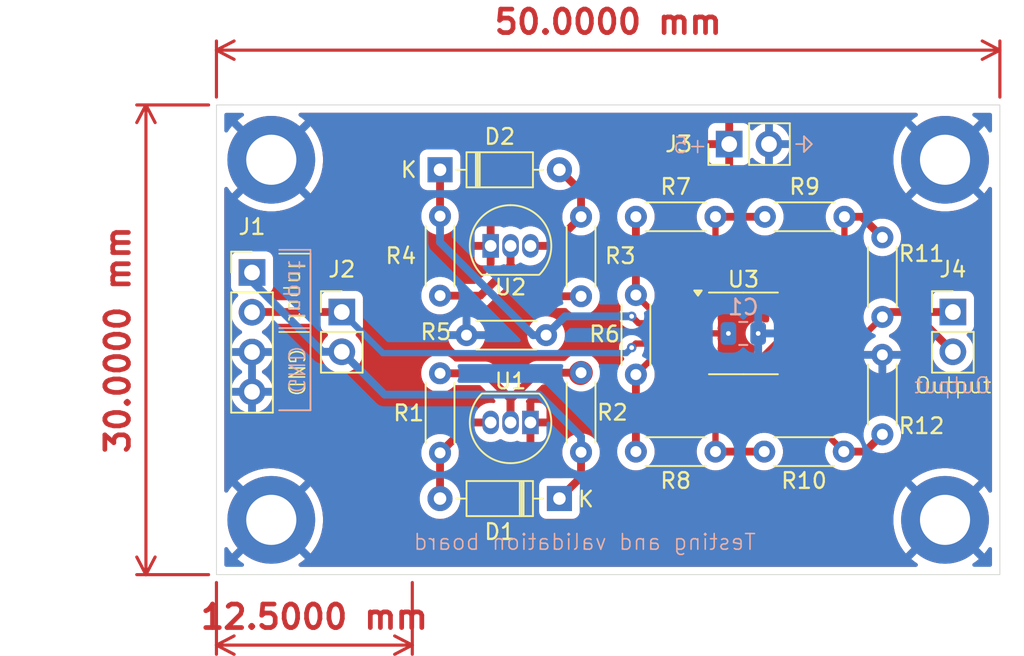
<source format=kicad_pcb>
(kicad_pcb (version 20241229) (generator "pcbnew") (generator_version "9.0")
  (layers (0 "F.Cu" signal) (2 "B.Cu" signal) (13 "F.Paste" user) (15 "B.Paste" user) (5 "F.SilkS" user "F.Silkscreen") (7 "B.SilkS" user "B.Silkscreen") (1 "F.Mask" user) (3 "B.Mask" user) (25 "Edge.Cuts" user))
  (net 0 "")
  (net 1 "GND")
  (net 2 "+5V")
  (net 3 "Thermistor-in_1")
  (net 4 "Net-(D1-A)")
  (net 5 "Offset-Ref-in")
  (net 6 "Net-(D2-A)")
  (net 7 "Therm-Ref-in")
  (net 8 "Output")
  (net 9 "Net-(R1-Pad1)")
  (net 10 "Net-(R3-Pad1)")
  (net 11 "Net-(U3A--)")
  (net 12 "Net-(U3B--)")
  (net 13 "Net-(R7-Pad2)")
  (net 14 "Net-(R10-Pad1)")
  (net 15 "Net-(U3C--)")
  (net 16 "Net-(U3C-+)")
  (footprint "Resistor_THT:R_Axial_DIN0204_L3.6mm_D1.6mm_P5.08mm_Horizontal" (layer "F.Cu") (at 111.5 46.14)
    (property "Reference" "R9" (at 2.54 -1.92 0) (layer "F.SilkS"))
    (property "Value" "R_Small" (hide yes))
    (fp_line (start 0.62 -0.92) (end 4.46 -0.92) (stroke (width 0.12)) (layer "F.SilkS"))
    (fp_line (start 0.62 0.92) (end 4.46 0.92) (stroke (width 0.12)) (layer "F.SilkS"))
    (pad "1" thru_hole circle (at 0 0) (size 1.4 1.4) (drill 0.7) (layers "*.Cu" "*.Mask") (net 13 "Net-(R7-Pad2)"))
    (pad "2" thru_hole oval (at 5.08 0) (size 1.4 1.4) (drill 0.7) (layers "*.Cu" "*.Mask") (net 15 "Net-(U3C--)"))
  )
  (footprint "MountingHole:MountingHole_3.2mm_M3_DIN965_Pad_TopBottom" (layer "F.Cu") (at 80 65.5)
    (property "Reference" "J6" (hide yes))
    (property "Value" "Conn_01x01_Socket" (hide yes))
    (pad "1" thru_hole circle (at 0 0) (size 3.6 3.6) (drill 3.2) (layers "*.Cu" "*.Mask") (net 1 "GND"))
    (pad "1" connect circle (at 0 0) (size 5.6 5.6) (layers "F.Cu" "F.Mask") (net 1 "GND"))
    (pad "1" connect circle (at 0 0) (size 5.6 5.6) (layers "B.Cu" "B.Mask") (net 1 "GND"))
  )
  (footprint "MountingHole:MountingHole_3.2mm_M3_DIN965_Pad_TopBottom" (layer "F.Cu") (at 80 42.5)
    (property "Reference" "J5" (hide yes))
    (property "Value" "Conn_01x01_Socket" (hide yes))
    (pad "1" thru_hole circle (at 0 0) (size 3.6 3.6) (drill 3.2) (layers "*.Cu" "*.Mask") (net 1 "GND"))
    (pad "1" connect circle (at 0 0) (size 5.6 5.6) (layers "F.Cu" "F.Mask") (net 1 "GND"))
    (pad "1" connect circle (at 0 0) (size 5.6 5.6) (layers "B.Cu" "B.Mask") (net 1 "GND"))
  )
  (footprint "Connector_PinHeader_2.54mm:PinHeader_1x02_P2.54mm_Vertical" (layer "F.Cu") (at 84.5 52.225)
    (property "Reference" "J2" (at 0 -2.725 0) (layer "F.SilkS"))
    (property "Value" "Jumper pins")
    (fp_line (start -1.33 -1.33) (end 0 -1.33) (stroke (width 0.12)) (layer "F.SilkS"))
    (fp_line (start -1.33 0) (end -1.33 -1.33) (stroke (width 0.12)) (layer "F.SilkS"))
    (fp_line (start -1.33 1.27) (end -1.33 3.87) (stroke (width 0.12)) (layer "F.SilkS"))
    (fp_line (start -1.33 1.27) (end 1.33 1.27) (stroke (width 0.12)) (layer "F.SilkS"))
    (fp_line (start -1.33 3.87) (end 1.33 3.87) (stroke (width 0.12)) (layer "F.SilkS"))
    (fp_line (start 1.33 1.27) (end 1.33 3.87) (stroke (width 0.12)) (layer "F.SilkS"))
    (pad "1" thru_hole rect (at 0 0) (size 1.7 1.7) (drill 1) (layers "*.Cu" "*.Mask") (net 7 "Therm-Ref-in"))
    (pad "2" thru_hole oval (at 0 2.54) (size 1.7 1.7) (drill 1) (layers "*.Cu" "*.Mask") (net 3 "Thermistor-in_1"))
  )
  (footprint "Resistor_THT:R_Axial_DIN0204_L3.6mm_D1.6mm_P5.08mm_Horizontal" (layer "F.Cu") (at 103.27 61.14)
    (property "Reference" "R8" (at 2.54 1.86 0) (layer "F.SilkS"))
    (property "Value" "R_Small" (hide yes))
    (fp_line (start 0.62 -0.92) (end 4.46 -0.92) (stroke (width 0.12)) (layer "F.SilkS"))
    (fp_line (start 0.62 0.92) (end 4.46 0.92) (stroke (width 0.12)) (layer "F.SilkS"))
    (pad "1" thru_hole circle (at 0 0) (size 1.4 1.4) (drill 0.7) (layers "*.Cu" "*.Mask") (net 12 "Net-(U3B--)"))
    (pad "2" thru_hole oval (at 5.08 0) (size 1.4 1.4) (drill 0.7) (layers "*.Cu" "*.Mask") (net 14 "Net-(R10-Pad1)"))
  )
  (footprint "Diode_THT:D_DO-35_SOD27_P7.62mm_Horizontal" (layer "F.Cu") (at 90.77 43.14)
    (property "Reference" "D2" (at 3.81 -2.12 0) (layer "F.SilkS"))
    (property "Value" "D_Small" (hide yes))
    (fp_line (start 1.04 0) (end 1.69 0) (stroke (width 0.12)) (layer "F.SilkS"))
    (fp_line (start 1.69 -1.12) (end 1.69 1.12) (stroke (width 0.12)) (layer "F.SilkS"))
    (fp_line (start 1.69 1.12) (end 5.93 1.12) (stroke (width 0.12)) (layer "F.SilkS"))
    (fp_line (start 2.29 -1.12) (end 2.29 1.12) (stroke (width 0.12)) (layer "F.SilkS"))
    (fp_line (start 2.41 -1.12) (end 2.41 1.12) (stroke (width 0.12)) (layer "F.SilkS"))
    (fp_line (start 2.53 -1.12) (end 2.53 1.12) (stroke (width 0.12)) (layer "F.SilkS"))
    (fp_line (start 5.93 -1.12) (end 1.69 -1.12) (stroke (width 0.12)) (layer "F.SilkS"))
    (fp_line (start 5.93 1.12) (end 5.93 -1.12) (stroke (width 0.12)) (layer "F.SilkS"))
    (fp_line (start 6.58 0) (end 5.93 0) (stroke (width 0.12)) (layer "F.SilkS"))
    (fp_text user "K" (at -2 0 0) (layer "F.SilkS"))
    (pad "1" thru_hole rect (at 0 0) (size 1.6 1.6) (drill 0.8) (layers "*.Cu" "*.Mask") (net 5 "Offset-Ref-in"))
    (pad "2" thru_hole oval (at 7.62 0) (size 1.6 1.6) (drill 0.8) (layers "*.Cu" "*.Mask") (net 6 "Net-(D2-A)"))
  )
  (footprint "Package_TO_SOT_THT:TO-92_Inline" (layer "F.Cu") (at 94 48)
    (property "Reference" "U2" (at 1.27 2.64 0) (layer "F.SilkS"))
    (property "Value" "LM334Z" (hide yes))
    (fp_line (start -0.53 1.85) (end 3.07 1.85) (stroke (width 0.12)) (layer "F.SilkS"))
    (fp_arc (start -0.568478 1.838478) (mid -1.132087 -0.994977) (end 1.27 -2.6) (stroke (width 0.12)) (layer "F.SilkS"))
    (fp_arc (start 1.27 -2.6) (mid 3.672087 -0.994977) (end 3.108478 1.838478) (stroke (width 0.12)) (layer "F.SilkS"))
    (pad "1" thru_hole rect (at 0 0) (size 1.05 1.5) (drill 0.75) (layers "*.Cu" "*.Mask") (net 2 "+5V"))
    (pad "2" thru_hole oval (at 1.27 0) (size 1.05 1.5) (drill 0.75) (layers "*.Cu" "*.Mask") (net 10 "Net-(R3-Pad1)"))
    (pad "3" thru_hole oval (at 2.54 0) (size 1.05 1.5) (drill 0.75) (layers "*.Cu" "*.Mask") (net 6 "Net-(D2-A)"))
  )
  (footprint "MountingHole:MountingHole_3.2mm_M3_DIN965_Pad_TopBottom" (layer "F.Cu") (at 123 65.5)
    (property "Reference" "J8" (hide yes))
    (property "Value" "Conn_01x01_Socket" (hide yes))
    (pad "1" thru_hole circle (at 0 0) (size 3.6 3.6) (drill 3.2) (layers "*.Cu" "*.Mask") (net 1 "GND"))
    (pad "1" connect circle (at 0 0) (size 5.6 5.6) (layers "F.Cu" "F.Mask") (net 1 "GND"))
    (pad "1" connect circle (at 0 0) (size 5.6 5.6) (layers "B.Cu" "B.Mask") (net 1 "GND"))
  )
  (footprint "Resistor_THT:R_Axial_DIN0204_L3.6mm_D1.6mm_P5.08mm_Horizontal" (layer "F.Cu") (at 103.27 51.14 -90)
    (property "Reference" "R6" (at 2.5 2 180) (layer "F.SilkS"))
    (property "Value" "R_Small" (hide yes))
    (fp_line (start 0.62 0.92) (end 4.46 0.92) (stroke (width 0.12)) (layer "F.SilkS"))
    (fp_line (start 0.62 -0.92) (end 4.46 -0.92) (stroke (width 0.12)) (layer "F.SilkS"))
    (pad "1" thru_hole circle (at 0 0 270) (size 1.4 1.4) (drill 0.7) (layers "*.Cu" "*.Mask") (net 11 "Net-(U3A--)"))
    (pad "2" thru_hole oval (at 5.08 0 270) (size 1.4 1.4) (drill 0.7) (layers "*.Cu" "*.Mask") (net 12 "Net-(U3B--)"))
  )
  (footprint "Connector_PinHeader_2.54mm:PinHeader_1x02_P2.54mm_Vertical" (layer "F.Cu") (at 123.5 52.225)
    (property "Reference" "J4" (at 0 -2.725 0) (layer "F.SilkS"))
    (property "Value" "Output Pins")
    (fp_line (start -1.33 -1.33) (end 0 -1.33) (stroke (width 0.12)) (layer "F.SilkS"))
    (fp_line (start -1.33 0) (end -1.33 -1.33) (stroke (width 0.12)) (layer "F.SilkS"))
    (fp_line (start -1.33 1.27) (end -1.33 3.87) (stroke (width 0.12)) (layer "F.SilkS"))
    (fp_line (start -1.33 1.27) (end 1.33 1.27) (stroke (width 0.12)) (layer "F.SilkS"))
    (fp_line (start -1.33 3.87) (end 1.33 3.87) (stroke (width 0.12)) (layer "F.SilkS"))
    (fp_line (start 1.33 1.27) (end 1.33 3.87) (stroke (width 0.12)) (layer "F.SilkS"))
    (pad "1" thru_hole rect (at 0 0) (size 1.7 1.7) (drill 1) (layers "*.Cu" "*.Mask") (net 8 "Output"))
    (pad "2" thru_hole oval (at 0 2.54) (size 1.7 1.7) (drill 1) (layers "*.Cu" "*.Mask") (net 8 "Output"))
  )
  (footprint "Resistor_THT:R_Axial_DIN0204_L3.6mm_D1.6mm_P5.08mm_Horizontal" (layer "F.Cu") (at 103.27 46.14)
    (property "Reference" "R7" (at 2.54 -1.92 0) (layer "F.SilkS"))
    (property "Value" "R_Small" (hide yes))
    (fp_line (start 0.62 -0.92) (end 4.46 -0.92) (stroke (width 0.12)) (layer "F.SilkS"))
    (fp_line (start 0.62 0.92) (end 4.46 0.92) (stroke (width 0.12)) (layer "F.SilkS"))
    (pad "1" thru_hole circle (at 0 0) (size 1.4 1.4) (drill 0.7) (layers "*.Cu" "*.Mask") (net 11 "Net-(U3A--)"))
    (pad "2" thru_hole oval (at 5.08 0) (size 1.4 1.4) (drill 0.7) (layers "*.Cu" "*.Mask") (net 13 "Net-(R7-Pad2)"))
  )
  (footprint "Resistor_THT:R_Axial_DIN0204_L3.6mm_D1.6mm_P5.08mm_Horizontal" (layer "F.Cu") (at 90.77 56.14 -90)
    (property "Reference" "R1" (at 2.54 2 180) (layer "F.SilkS"))
    (property "Value" "R_Small" (hide yes))
    (fp_line (start 0.62 0.92) (end 4.46 0.92) (stroke (width 0.12)) (layer "F.SilkS"))
    (fp_line (start 0.62 -0.92) (end 4.46 -0.92) (stroke (width 0.12)) (layer "F.SilkS"))
    (pad "1" thru_hole circle (at 0 0 270) (size 1.4 1.4) (drill 0.7) (layers "*.Cu" "*.Mask") (net 9 "Net-(R1-Pad1)"))
    (pad "2" thru_hole oval (at 5.08 0 270) (size 1.4 1.4) (drill 0.7) (layers "*.Cu" "*.Mask") (net 4 "Net-(D1-A)"))
  )
  (footprint "Connector_PinHeader_2.54mm:PinHeader_1x02_P2.54mm_Vertical" (layer "F.Cu") (at 109.225 41.5 90)
    (property "Reference" "J3" (at 0 -3.225 180) (layer "F.SilkS"))
    (property "Value" "Power Input" (hide yes))
    (fp_line (start -1.33 -1.33) (end 0 -1.33) (stroke (width 0.12)) (layer "F.SilkS"))
    (fp_line (start -1.33 0) (end -1.33 -1.33) (stroke (width 0.12)) (layer "F.SilkS"))
    (fp_line (start 1.33 1.27) (end 1.33 3.87) (stroke (width 0.12)) (layer "F.SilkS"))
    (fp_line (start -1.33 1.27) (end 1.33 1.27) (stroke (width 0.12)) (layer "F.SilkS"))
    (fp_line (start -1.33 1.27) (end -1.33 3.87) (stroke (width 0.12)) (layer "F.SilkS"))
    (fp_line (start -1.33 3.87) (end 1.33 3.87) (stroke (width 0.12)) (layer "F.SilkS"))
    (pad "1" thru_hole rect (at 0 0 90) (size 1.7 1.7) (drill 1) (layers "*.Cu" "*.Mask") (net 2 "+5V"))
    (pad "2" thru_hole oval (at 0 2.54 90) (size 1.7 1.7) (drill 1) (layers "*.Cu" "*.Mask") (net 1 "GND"))
  )
  (footprint "Resistor_THT:R_Axial_DIN0204_L3.6mm_D1.6mm_P5.08mm_Horizontal" (layer "F.Cu") (at 90.77 51.18 90)
    (property "Reference" "R4" (at 2.54 -2.5 180) (layer "F.SilkS"))
    (property "Value" "R_Small" (hide yes))
    (fp_line (start 0.62 -0.92) (end 4.46 -0.92) (stroke (width 0.12)) (layer "F.SilkS"))
    (fp_line (start 0.62 0.92) (end 4.46 0.92) (stroke (width 0.12)) (layer "F.SilkS"))
    (pad "1" thru_hole circle (at 0 0 90) (size 1.4 1.4) (drill 0.7) (layers "*.Cu" "*.Mask") (net 10 "Net-(R3-Pad1)"))
    (pad "2" thru_hole oval (at 5.08 0 90) (size 1.4 1.4) (drill 0.7) (layers "*.Cu" "*.Mask") (net 5 "Offset-Ref-in"))
  )
  (footprint "Package_TO_SOT_THT:TO-92_Inline" (layer "F.Cu") (at 96.54 59.28 180)
    (property "Reference" "U1" (at 1.27 2.64 0) (layer "F.SilkS"))
    (property "Value" "LM334Z" (hide yes))
    (fp_line (start -0.53 1.85) (end 3.07 1.85) (stroke (width 0.12)) (layer "F.SilkS"))
    (fp_arc (start 1.27 -2.6) (mid 3.672087 -0.994977) (end 3.108478 1.838478) (stroke (width 0.12)) (layer "F.SilkS"))
    (fp_arc (start -0.568478 1.838478) (mid -1.132087 -0.994977) (end 1.27 -2.6) (stroke (width 0.12)) (layer "F.SilkS"))
    (pad "1" thru_hole rect (at 0 0 180) (size 1.05 1.5) (drill 0.75) (layers "*.Cu" "*.Mask") (net 2 "+5V"))
    (pad "2" thru_hole oval (at 1.27 0 180) (size 1.05 1.5) (drill 0.75) (layers "*.Cu" "*.Mask") (net 9 "Net-(R1-Pad1)"))
    (pad "3" thru_hole oval (at 2.54 0 180) (size 1.05 1.5) (drill 0.75) (layers "*.Cu" "*.Mask") (net 4 "Net-(D1-A)"))
  )
  (footprint "Resistor_THT:R_Axial_DIN0204_L3.6mm_D1.6mm_P5.08mm_Horizontal" (layer "F.Cu") (at 97.54 53.7011 180)
    (property "Reference" "R5" (at 7.04 0.2011 0) (layer "F.SilkS"))
    (property "Value" "Ref-Resistor")
    (fp_line (start 0.62 0.92) (end 4.46 0.92) (stroke (width 0.12)) (layer "F.SilkS"))
    (fp_line (start 0.62 -0.92) (end 4.46 -0.92) (stroke (width 0.12)) (layer "F.SilkS"))
    (pad "1" thru_hole circle (at 0 0 180) (size 1.4 1.4) (drill 0.7) (layers "*.Cu" "*.Mask") (net 5 "Offset-Ref-in"))
    (pad "2" thru_hole oval (at 5.08 0 180) (size 1.4 1.4) (drill 0.7) (layers "*.Cu" "*.Mask") (net 1 "GND"))
  )
  (footprint "Package_SO:TSSOP-14_4.4x5mm_P0.65mm" (layer "F.Cu") (at 110.1325 53.59)
    (property "Reference" "U3" (at 0 -3.45 0) (layer "F.SilkS"))
    (property "Value" "LM324" (hide yes))
    (fp_line (start 0 -2.61) (end -2.2 -2.61) (stroke (width 0.12)) (layer "F.SilkS"))
    (fp_line (start 0 -2.61) (end 2.2 -2.61) (stroke (width 0.12)) (layer "F.SilkS"))
    (fp_line (start 0 2.61) (end -2.2 2.61) (stroke (width 0.12)) (layer "F.SilkS"))
    (fp_line (start 0 2.61) (end 2.2 2.61) (stroke (width 0.12)) (layer "F.SilkS"))
    (fp_poly (pts (xy -2.9 -2.41) (xy -3.14 -2.74) (xy -2.66 -2.74) (xy -2.9 -2.41)) (stroke (width 0.12)) (fill yes) (layer "F.SilkS"))
    (pad "1" smd roundrect (at -2.8625 -1.95) (size 1.475 0.4) (layers "F.Cu" "F.Mask" "F.Paste") (net 13 "Net-(R7-Pad2)"))
    (pad "2" smd roundrect (at -2.8625 -1.3) (size 1.475 0.4) (layers "F.Cu" "F.Mask" "F.Paste") (net 11 "Net-(U3A--)"))
    (pad "3" smd roundrect (at -2.8625 -0.65) (size 1.475 0.4) (layers "F.Cu" "F.Mask" "F.Paste") (net 5 "Offset-Ref-in"))
    (pad "4" smd roundrect (at -2.8625 0) (size 1.475 0.4) (layers "F.Cu" "F.Mask" "F.Paste") (net 2 "+5V"))
    (pad "5" smd roundrect (at -2.8625 0.65) (size 1.475 0.4) (layers "F.Cu" "F.Mask" "F.Paste") (net 7 "Therm-Ref-in"))
    (pad "6" smd roundrect (at -2.8625 1.3) (size 1.475 0.4) (layers "F.Cu" "F.Mask" "F.Paste") (net 12 "Net-(U3B--)"))
    (pad "7" smd roundrect (at -2.8625 1.95) (size 1.475 0.4) (layers "F.Cu" "F.Mask" "F.Paste") (net 14 "Net-(R10-Pad1)"))
    (pad "8" smd roundrect (at 2.8625 1.95) (size 1.475 0.4) (layers "F.Cu" "F.Mask" "F.Paste") (net 8 "Output"))
    (pad "9" smd roundrect (at 2.8625 1.3) (size 1.475 0.4) (layers "F.Cu" "F.Mask" "F.Paste") (net 15 "Net-(U3C--)"))
    (pad "10" smd roundrect (at 2.8625 0.65) (size 1.475 0.4) (layers "F.Cu" "F.Mask" "F.Paste") (net 16 "Net-(U3C-+)"))
    (pad "11" smd roundrect (at 2.8625 0) (size 1.475 0.4) (layers "F.Cu" "F.Mask" "F.Paste") (net 1 "GND"))
    (pad "12" smd roundrect (at 2.8625 -0.65) (size 1.475 0.4) (layers "F.Cu" "F.Mask" "F.Paste"))
    (pad "13" smd roundrect (at 2.8625 -1.3) (size 1.475 0.4) (layers "F.Cu" "F.Mask" "F.Paste"))
    (pad "14" smd roundrect (at 2.8625 -1.95) (size 1.475 0.4) (layers "F.Cu" "F.Mask" "F.Paste"))
  )
  (footprint "Resistor_THT:R_Axial_DIN0204_L3.6mm_D1.6mm_P5.08mm_Horizontal" (layer "F.Cu") (at 99.77 51.22 90)
    (property "Reference" "R3" (at 2.58 2.5 180) (layer "F.SilkS"))
    (property "Value" "R_Small" (hide yes))
    (fp_line (start 0.62 -0.92) (end 4.46 -0.92) (stroke (width 0.12)) (layer "F.SilkS"))
    (fp_line (start 0.62 0.92) (end 4.46 0.92) (stroke (width 0.12)) (layer "F.SilkS"))
    (pad "1" thru_hole circle (at 0 0 90) (size 1.4 1.4) (drill 0.7) (layers "*.Cu" "*.Mask") (net 10 "Net-(R3-Pad1)"))
    (pad "2" thru_hole oval (at 5.08 0 90) (size 1.4 1.4) (drill 0.7) (layers "*.Cu" "*.Mask") (net 6 "Net-(D2-A)"))
  )
  (footprint "Resistor_THT:R_Axial_DIN0204_L3.6mm_D1.6mm_P5.08mm_Horizontal" (layer "F.Cu") (at 119 60.04 90)
    (property "Reference" "R12" (at 0.54 2.5 180) (layer "F.SilkS"))
    (property "Value" "R_Small" (hide yes))
    (fp_line (start 0.62 -0.92) (end 4.46 -0.92) (stroke (width 0.12)) (layer "F.SilkS"))
    (fp_line (start 0.62 0.92) (end 4.46 0.92) (stroke (width 0.12)) (layer "F.SilkS"))
    (pad "1" thru_hole circle (at 0 0 90) (size 1.4 1.4) (drill 0.7) (layers "*.Cu" "*.Mask") (net 16 "Net-(U3C-+)"))
    (pad "2" thru_hole oval (at 5.08 0 90) (size 1.4 1.4) (drill 0.7) (layers "*.Cu" "*.Mask") (net 1 "GND"))
  )
  (footprint "Connector_PinHeader_2.54mm:PinHeader_1x04_P2.54mm_Vertical" (layer "F.Cu") (at 78.77 49.7)
    (property "Reference" "J1" (at 0 -2.92 0) (layer "F.SilkS"))
    (property "Value" "Thermistor input")
    (fp_line (start -1.33 -1.33) (end 0 -1.33) (stroke (width 0.12)) (layer "F.SilkS"))
    (fp_line (start -1.33 0) (end -1.33 -1.33) (stroke (width 0.12)) (layer "F.SilkS"))
    (fp_line (start -1.33 1.27) (end -1.33 8.95) (stroke (width 0.12)) (layer "F.SilkS"))
    (fp_line (start -1.33 1.27) (end 1.33 1.27) (stroke (width 0.12)) (layer "F.SilkS"))
    (fp_line (start -1.33 8.95) (end 1.33 8.95) (stroke (width 0.12)) (layer "F.SilkS"))
    (fp_line (start 1.33 1.27) (end 1.33 8.95) (stroke (width 0.12)) (layer "F.SilkS"))
    (pad "1" thru_hole rect (at 0 0) (size 1.7 1.7) (drill 1) (layers "*.Cu" "*.Mask") (net 3 "Thermistor-in_1"))
    (pad "2" thru_hole oval (at 0 2.54) (size 1.7 1.7) (drill 1) (layers "*.Cu" "*.Mask") (net 7 "Therm-Ref-in"))
    (pad "3" thru_hole oval (at 0 5.08) (size 1.7 1.7) (drill 1) (layers "*.Cu" "*.Mask") (net 1 "GND"))
    (pad "4" thru_hole oval (at 0 7.62) (size 1.7 1.7) (drill 1) (layers "*.Cu" "*.Mask") (net 1 "GND"))
  )
  (footprint "Diode_THT:D_DO-35_SOD27_P7.62mm_Horizontal" (layer "F.Cu") (at 98.39 64.14 180)
    (property "Reference" "D1" (at 3.81 -2.12 0) (layer "F.SilkS"))
    (property "Value" "D_Small" (hide yes))
    (fp_line (start 6.58 0) (end 5.93 0) (stroke (width 0.12)) (layer "F.SilkS"))
    (fp_line (start 5.93 1.12) (end 5.93 -1.12) (stroke (width 0.12)) (layer "F.SilkS"))
    (fp_line (start 5.93 -1.12) (end 1.69 -1.12) (stroke (width 0.12)) (layer "F.SilkS"))
    (fp_line (start 2.53 -1.12) (end 2.53 1.12) (stroke (width 0.12)) (layer "F.SilkS"))
    (fp_line (start 2.41 -1.12) (end 2.41 1.12) (stroke (width 0.12)) (layer "F.SilkS"))
    (fp_line (start 2.29 -1.12) (end 2.29 1.12) (stroke (width 0.12)) (layer "F.SilkS"))
    (fp_line (start 1.69 1.12) (end 5.93 1.12) (stroke (width 0.12)) (layer "F.SilkS"))
    (fp_line (start 1.69 -1.12) (end 1.69 1.12) (stroke (width 0.12)) (layer "F.SilkS"))
    (fp_line (start 1.04 0) (end 1.69 0) (stroke (width 0.12)) (layer "F.SilkS"))
    (fp_text user "K" (at -1.69 -0.04 0) (layer "F.SilkS"))
    (pad "1" thru_hole rect (at 0 0 180) (size 1.6 1.6) (drill 0.8) (layers "*.Cu" "*.Mask") (net 3 "Thermistor-in_1"))
    (pad "2" thru_hole oval (at 7.62 0 180) (size 1.6 1.6) (drill 0.8) (layers "*.Cu" "*.Mask") (net 4 "Net-(D1-A)"))
  )
  (footprint "Resistor_THT:R_Axial_DIN0204_L3.6mm_D1.6mm_P5.08mm_Horizontal" (layer "F.Cu") (at 111.46 61.14)
    (property "Reference" "R10" (at 2.54 1.86 0) (layer "F.SilkS"))
    (property "Value" "R_Small" (hide yes))
    (fp_line (start 0.62 -0.92) (end 4.46 -0.92) (stroke (width 0.12)) (layer "F.SilkS"))
    (fp_line (start 0.62 0.92) (end 4.46 0.92) (stroke (width 0.12)) (layer "F.SilkS"))
    (pad "1" thru_hole circle (at 0 0) (size 1.4 1.4) (drill 0.7) (layers "*.Cu" "*.Mask") (net 14 "Net-(R10-Pad1)"))
    (pad "2" thru_hole oval (at 5.08 0) (size 1.4 1.4) (drill 0.7) (layers "*.Cu" "*.Mask") (net 16 "Net-(U3C-+)"))
  )
  (footprint "Resistor_THT:R_Axial_DIN0204_L3.6mm_D1.6mm_P5.08mm_Horizontal" (layer "F.Cu") (at 99.77 56.1 -90)
    (property "Reference" "R2" (at 2.54 -2 180) (layer "F.SilkS"))
    (property "Value" "R_Small" (hide yes))
    (fp_line (start 0.62 0.92) (end 4.46 0.92) (stroke (width 0.12)) (layer "F.SilkS"))
    (fp_line (start 0.62 -0.92) (end 4.46 -0.92) (stroke (width 0.12)) (layer "F.SilkS"))
    (pad "1" thru_hole circle (at 0 0 270) (size 1.4 1.4) (drill 0.7) (layers "*.Cu" "*.Mask") (net 9 "Net-(R1-Pad1)"))
    (pad "2" thru_hole oval (at 5.08 0 270) (size 1.4 1.4) (drill 0.7) (layers "*.Cu" "*.Mask") (net 3 "Thermistor-in_1"))
  )
  (footprint "MountingHole:MountingHole_3.2mm_M3_DIN965_Pad_TopBottom" (layer "F.Cu") (at 123 42.5)
    (property "Reference" "J7" (hide yes))
    (property "Value" "Conn_01x01_Socket" (hide yes))
    (pad "1" thru_hole circle (at 0 0) (size 3.6 3.6) (drill 3.2) (layers "*.Cu" "*.Mask") (net 1 "GND"))
    (pad "1" connect circle (at 0 0) (size 5.6 5.6) (layers "F.Cu" "F.Mask") (net 1 "GND"))
    (pad "1" connect circle (at 0 0) (size 5.6 5.6) (layers "B.Cu" "B.Mask") (net 1 "GND"))
  )
  (footprint "Resistor_THT:R_Axial_DIN0204_L3.6mm_D1.6mm_P5.08mm_Horizontal" (layer "F.Cu") (at 119 47.46 -90)
    (property "Reference" "R11" (at 1.04 -2.5 180) (layer "F.SilkS"))
    (property "Value" "R_Small" (hide yes))
    (fp_line (start 0.62 0.92) (end 4.46 0.92) (stroke (width 0.12)) (layer "F.SilkS"))
    (fp_line (start 0.62 -0.92) (end 4.46 -0.92) (stroke (width 0.12)) (layer "F.SilkS"))
    (pad "1" thru_hole circle (at 0 0 270) (size 1.4 1.4) (drill 0.7) (layers "*.Cu" "*.Mask") (net 15 "Net-(U3C--)"))
    (pad "2" thru_hole oval (at 5.08 0 270) (size 1.4 1.4) (drill 0.7) (layers "*.Cu" "*.Mask") (net 8 "Output"))
  )
  (footprint "Capacitor_SMD:C_0805_2012Metric" (layer "B.Cu") (at 110.123776 53.593501 180)
    (property "Reference" "C1" (at 0 1.68 0) (layer "B.SilkS") (effects (justify mirror)))
    (property "Value" "C_Small" (hide yes))
    (fp_line (start 0.261252 0.735) (end -0.261252 0.735) (stroke (width 0.12)) (layer "B.SilkS"))
    (fp_line (start 0.261252 -0.735) (end -0.261252 -0.735) (stroke (width 0.12)) (layer "B.SilkS"))
    (pad "1" smd roundrect (at -0.95 0 180) (size 1 1.45) (layers "B.Cu" "B.Mask" "B.Paste") (net 1 "GND"))
    (pad "2" smd roundrect (at 0.95 0 180) (size 1 1.45) (layers "B.Cu" "B.Mask" "B.Paste") (net 2 "+5V"))
  )
  (gr_line (start 82.5 53.5) (end 80.5 53.5) (stroke (width 0.1)) (layer "F.SilkS"))
  (gr_line (start 114 41.5) (end 114 42) (stroke (width 0.1)) (layer "F.SilkS"))
  (gr_line (start 114 42) (end 114.5 41.5) (stroke (width 0.1)) (layer "F.SilkS"))
  (gr_line (start 82.5 53.5) (end 82.5 58.5) (stroke (width 0.1)) (layer "F.SilkS"))
  (gr_line (start 82.5 48.5) (end 82.5 53) (stroke (width 0.1)) (layer "F.SilkS"))
  (gr_line (start 114.5 41.5) (end 114 41) (stroke (width 0.1)) (layer "F.SilkS"))
  (gr_line (start 113.5 41.5) (end 114 41.5) (stroke (width 0.1)) (layer "F.SilkS"))
  (gr_line (start 82.5 53) (end 82.5 53.5) (stroke (width 0.1)) (layer "F.SilkS"))
  (gr_line (start 82.5 58.5) (end 80.5 58.5) (stroke (width 0.1)) (layer "F.SilkS"))
  (gr_line (start 80.5 48.5) (end 82.5 48.5) (stroke (width 0.1)) (layer "F.SilkS"))
  (gr_line (start 114 41.5) (end 114 41) (stroke (width 0.1)) (layer "F.SilkS"))
  (gr_line (start 82.5 53.25) (end 82.5 48.25) (stroke (width 0.1)) (layer "B.SilkS"))
  (gr_line (start 114 41.5) (end 114 42) (stroke (width 0.1)) (layer "B.SilkS"))
  (gr_line (start 82.5 48.25) (end 80.5 48.25) (stroke (width 0.1)) (layer "B.SilkS"))
  (gr_line (start 114 41) (end 114.5 41.5) (stroke (width 0.1)) (layer "B.SilkS"))
  (gr_line (start 114.5 41.5) (end 114 42) (stroke (width 0.1)) (layer "B.SilkS"))
  (gr_line (start 82.5 53.25) (end 82.5 58.5) (stroke (width 0.1)) (layer "B.SilkS"))
  (gr_line (start 114 41.5) (end 114 41) (stroke (width 0.1)) (layer "B.SilkS"))
  (gr_line (start 80.5 58.5) (end 82.5 58.5) (stroke (width 0.1)) (layer "B.SilkS"))
  (gr_line (start 113.5 41.5) (end 114 41.5) (stroke (width 0.1)) (layer "B.SilkS"))
  (gr_line (start 80.5 53.25) (end 82.5 53.25) (stroke (width 0.1)) (layer "B.SilkS"))
  (gr_rect (start 76.5 39) (end 126.5 69) (stroke (width 0.05)) (fill no) (layer "Edge.Cuts"))
  (gr_text "GND" (at 81 54.5 270) (layer "F.SilkS") (effects (font (size 1 1) (thickness 0.1)) (justify left bottom)))
  (gr_text "Output" (at 121 57.5 0) (layer "F.SilkS") (effects (font (size 1 1) (thickness 0.1)) (justify left bottom)))
  (gr_text "Input" (at 81 49 270) (layer "F.SilkS") (effects (font (size 1 1) (thickness 0.1)) (justify left bottom)))
  (gr_text "Output" (at 126 57.5 -0) (layer "B.SilkS") (effects (font (size 1 1) (thickness 0.1)) (justify left bottom mirror)))
  (gr_text "Testing and validation board" (at 111 67.5 -0) (layer "B.SilkS") (effects (font (size 1 1) (thickness 0.1)) (justify left bottom mirror)))
  (gr_text "+5" (at 107.895 42.165 -0) (layer "B.SilkS") (effects (font (size 1 1) (thickness 0.1)) (justify left bottom mirror)))
  (gr_text "GND" (at 81 57.5 270) (layer "B.SilkS") (effects (font (size 1 1) (thickness 0.1)) (justify left bottom mirror)))
  (gr_text "Input" (at 81 52.75 270) (layer "B.SilkS") (effects (font (size 1 1) (thickness 0.1)) (justify left bottom mirror)))
  (dimension (type aligned) (layer "F.Cu") (pts (xy 76.5 39) (xy 76.5 69)) (height 4.5) (format (prefix "") (suffix "") (units 3) (units_format 1) (precision 4)) (style (thickness 0.2) (arrow_length 1.27) (text_position_mode 0) (arrow_direction outward) (extension_height 0.58642) (extension_offset 0.5) (keep_text_aligned yes)) (gr_text "30.0000 mm" (at 70.2 54 90) (layer "F.Cu") (effects (font (size 1.5 1.5) (thickness 0.3)))))
  (dimension (type aligned) (layer "F.Cu") (pts (xy 76.5 69) (xy 89 69)) (height 4.5) (format (prefix "") (suffix "") (units 3) (units_format 1) (precision 4)) (style (thickness 0.2) (arrow_length 1.27) (text_position_mode 0) (arrow_direction outward) (extension_height 0.58642) (extension_offset 0.5) (keep_text_aligned yes)) (gr_text "12.5000 mm" (at 82.75 71.7 0) (layer "F.Cu") (effects (font (size 1.5 1.5) (thickness 0.3)))))
  (dimension (type aligned) (layer "F.Cu") (pts (xy 76.5 39) (xy 126.5 39)) (height -3.5) (format (prefix "") (suffix "") (units 3) (units_format 1) (precision 4)) (style (thickness 0.2) (arrow_length 1.27) (text_position_mode 0) (arrow_direction outward) (extension_height 0.58642) (extension_offset 0.5) (keep_text_aligned yes)) (gr_text "50.0000 mm" (at 101.5 33.7 0) (layer "F.Cu") (effects (font (size 1.5 1.5) (thickness 0.3)))))
  (segment (start 111.077277 53.59) (end 111.073776 53.593501) (width 0.2) (layer "F.Cu") (net 1))
  (segment (start 112.995 53.59) (end 111.077277 53.59) (width 0.4) (layer "F.Cu") (net 1))
  (via (at 111.073776 53.593501) (size 0.6) (drill 0.3) (layers "F.Cu" "B.Cu") (net 1))
  (segment (start 107.27 53.59) (end 109.170275 53.59) (width 0.4) (layer "F.Cu") (net 2))
  (segment (start 109.170275 53.59) (end 109.173776 53.593501) (width 0.2) (layer "F.Cu") (net 2))
  (via (at 109.173776 53.593501) (size 0.6) (drill 0.3) (layers "F.Cu" "B.Cu") (net 2))
  (segment (start 99.77 61.18) (end 99.77 62.76) (width 0.5) (layer "F.Cu") (net 3))
  (segment (start 99.77 62.76) (end 98.39 64.14) (width 0.5) (layer "F.Cu") (net 3))
  (segment (start 99.77 60.190051) (end 99.77 61.18) (width 0.5) (layer "B.Cu") (net 3))
  (segment (start 84.5 54.765) (end 87.235 57.5) (width 0.5) (layer "B.Cu") (net 3))
  (segment (start 78.77 50.27) (end 83.265 54.765) (width 0.5) (layer "B.Cu") (net 3))
  (segment (start 97.079949 57.5) (end 99.77 60.190051) (width 0.5) (layer "B.Cu") (net 3))
  (segment (start 78.77 49.7) (end 78.77 50.27) (width 0.5) (layer "B.Cu") (net 3))
  (segment (start 87.235 57.5) (end 97.079949 57.5) (width 0.5) (layer "B.Cu") (net 3))
  (segment (start 83.265 54.765) (end 84.5 54.765) (width 0.5) (layer "B.Cu") (net 3))
  (segment (start 94 59.28) (end 92.71 59.28) (width 0.5) (layer "F.Cu") (net 4))
  (segment (start 90.77 61.22) (end 90.77 64.14) (width 0.5) (layer "F.Cu") (net 4))
  (segment (start 92.71 59.28) (end 90.77 61.22) (width 0.5) (layer "F.Cu") (net 4))
  (segment (start 107.27 52.94) (end 103.44 52.94) (width 0.4) (layer "F.Cu") (net 5))
  (segment (start 90.77 46.1) (end 90.77 43.14) (width 0.5) (layer "F.Cu") (net 5))
  (segment (start 103.44 52.94) (end 103 52.5) (width 0.4) (layer "F.Cu") (net 5))
  (via (at 103 52.5) (size 0.6) (drill 0.3) (layers "F.Cu" "B.Cu") (net 5))
  (segment (start 96.7011 53.7011) (end 90.77 47.77) (width 0.5) (layer "B.Cu") (net 5))
  (segment (start 97.54 53.7011) (end 96.7011 53.7011) (width 0.5) (layer "B.Cu") (net 5))
  (segment (start 90.77 47.77) (end 90.77 46.1) (width 0.5) (layer "B.Cu") (net 5))
  (segment (start 98.7411 52.5) (end 97.54 53.7011) (width 0.5) (layer "B.Cu") (net 5))
  (segment (start 103 52.5) (end 98.7411 52.5) (width 0.5) (layer "B.Cu") (net 5))
  (segment (start 99.77 46.14) (end 99.77 44.52) (width 0.5) (layer "F.Cu") (net 6))
  (segment (start 97.91 48) (end 99.77 46.14) (width 0.5) (layer "F.Cu") (net 6))
  (segment (start 96.54 48) (end 97.91 48) (width 0.5) (layer "F.Cu") (net 6))
  (segment (start 99.77 44.52) (end 98.39 43.14) (width 0.5) (layer "F.Cu") (net 6))
  (segment (start 107.27 54.24) (end 103.26 54.24) (width 0.4) (layer "F.Cu") (net 7))
  (segment (start 84.5 52.225) (end 78.785 52.225) (width 0.5) (layer "F.Cu") (net 7))
  (segment (start 78.785 52.225) (end 78.77 52.24) (width 0.5) (layer "F.Cu") (net 7))
  (segment (start 103.26 54.24) (end 103 54.5) (width 0.4) (layer "F.Cu") (net 7))
  (via (at 103 54.5) (size 0.6) (drill 0.3) (layers "F.Cu" "B.Cu") (net 7))
  (segment (start 87.1261 54.8511) (end 84.5 52.225) (width 0.4) (layer "B.Cu") (net 7))
  (segment (start 103 54.5) (end 102.6489 54.8511) (width 0.4) (layer "B.Cu") (net 7))
  (segment (start 102.6489 54.8511) (end 87.1261 54.8511) (width 0.4) (layer "B.Cu") (net 7))
  (segment (start 120.5 52.225) (end 119.315 52.225) (width 0.5) (layer "F.Cu") (net 8))
  (segment (start 119.315 52.225) (end 119 52.54) (width 0.5) (layer "F.Cu") (net 8))
  (segment (start 123.5 54.765) (end 120.96 52.225) (width 0.5) (layer "F.Cu") (net 8))
  (segment (start 120.96 52.225) (end 120.5 52.225) (width 0.5) (layer "F.Cu") (net 8))
  (segment (start 116 55.54) (end 119 52.54) (width 0.4) (layer "F.Cu") (net 8))
  (segment (start 112.995 55.54) (end 116 55.54) (width 0.4) (layer "F.Cu") (net 8))
  (segment (start 123.5 52.225) (end 120.5 52.225) (width 0.5) (layer "F.Cu") (net 8))
  (segment (start 99.73 56.14) (end 99.77 56.1) (width 1.5) (layer "F.Cu") (net 9))
  (segment (start 95.27 57.8025) (end 96.9725 56.1) (width 0.5) (layer "F.Cu") (net 9))
  (segment (start 95.27 57.77) (end 93.64 56.14) (width 0.5) (layer "F.Cu") (net 9))
  (segment (start 95.27 59.28) (end 95.27 57.77) (width 0.5) (layer "F.Cu") (net 9))
  (segment (start 93.64 56.14) (end 90.77 56.14) (width 0.5) (layer "F.Cu") (net 9))
  (segment (start 95.27 59.28) (end 95.27 57.8025) (width 0.5) (layer "F.Cu") (net 9))
  (segment (start 96.9725 56.1) (end 99.77 56.1) (width 0.5) (layer "F.Cu") (net 9))
  (segment (start 93.34 51.18) (end 95.27 49.25) (width 0.5) (layer "F.Cu") (net 10))
  (segment (start 99.77 51.22) (end 97.24 51.22) (width 0.5) (layer "F.Cu") (net 10))
  (segment (start 95.27 49.25) (end 95.27 48) (width 0.5) (layer "F.Cu") (net 10))
  (segment (start 90.77 51.18) (end 93.34 51.18) (width 0.5) (layer "F.Cu") (net 10))
  (segment (start 97.24 51.22) (end 95.27 49.25) (width 0.5) (layer "F.Cu") (net 10))
  (segment (start 103.27 51.14) (end 103.27 46.14) (width 0.5) (layer "F.Cu") (net 11))
  (segment (start 107.27 52.29) (end 104.42 52.29) (width 0.4) (layer "F.Cu") (net 11))
  (segment (start 104.42 52.29) (end 103.27 51.14) (width 0.4) (layer "F.Cu") (net 11))
  (segment (start 103.27 61.14) (end 103.27 56.22) (width 0.5) (layer "F.Cu") (net 12))
  (segment (start 107.27 54.89) (end 104.6 54.89) (width 0.4) (layer "F.Cu") (net 12))
  (segment (start 104.6 54.89) (end 103.27 56.22) (width 0.4) (layer "F.Cu") (net 12))
  (segment (start 108.35 46.14) (end 111.5 46.14) (width 0.5) (layer "F.Cu") (net 13))
  (segment (start 108.35 50.56) (end 108.35 46.14) (width 0.4) (layer "F.Cu") (net 13))
  (segment (start 107.27 51.64) (end 108.35 50.56) (width 0.4) (layer "F.Cu") (net 13))
  (segment (start 108.35 61.14) (end 111.46 61.14) (width 0.5) (layer "F.Cu") (net 14))
  (segment (start 107.27 55.54) (end 108.35 56.62) (width 0.4) (layer "F.Cu") (net 14))
  (segment (start 108.35 56.62) (end 108.35 61.14) (width 0.4) (layer "F.Cu") (net 14))
  (segment (start 117.68 46.14) (end 119 47.46) (width 0.5) (layer "F.Cu") (net 15))
  (segment (start 116.58 46.14) (end 117.68 46.14) (width 0.5) (layer "F.Cu") (net 15))
  (segment (start 114.11 54.89) (end 112.995 54.89) (width 0.4) (layer "F.Cu") (net 15))
  (segment (start 116.58 52.42) (end 114.11 54.89) (width 0.4) (layer "F.Cu") (net 15))
  (segment (start 116.58 46.14) (end 116.58 52.42) (width 0.4) (layer "F.Cu") (net 15))
  (segment (start 111.5 56.1) (end 116.54 61.14) (width 0.4) (layer "F.Cu") (net 16))
  (segment (start 117.9 61.14) (end 119 60.04) (width 0.5) (layer "F.Cu") (net 16))
  (segment (start 112.197622 54.24) (end 111.5 54.937622) (width 0.4) (layer "F.Cu") (net 16))
  (segment (start 111.5 54.937622) (end 111.5 56.1) (width 0.4) (layer "F.Cu") (net 16))
  (segment (start 112.995 54.24) (end 112.197622 54.24) (width 0.4) (layer "F.Cu") (net 16))
  (segment (start 116.54 61.14) (end 117.9 61.14) (width 0.5) (layer "F.Cu") (net 16))
  (zone (net 2) (net_name "+5V") (layer "F.Cu") (priority 1) (connect_pads (clearance 0.5)) (min_thickness 0.25) (fill yes (thermal_gap 0.5) (thermal_bridge_width 0.5))
    (polygon (pts (xy 126 39.5) (xy 126 68.5) (xy 77 68.5) (xy 77 39.5)))
  )
  (zone (net 1) (net_name "GND") (layer "B.Cu") (connect_pads (clearance 0.5)) (min_thickness 0.25) (fill yes (thermal_gap 0.5) (thermal_bridge_width 0.5))
    (polygon (pts (xy 77 39.5) (xy 126 39.5) (xy 126 68.5) (xy 77 68.5)))
  )
)
</source>
